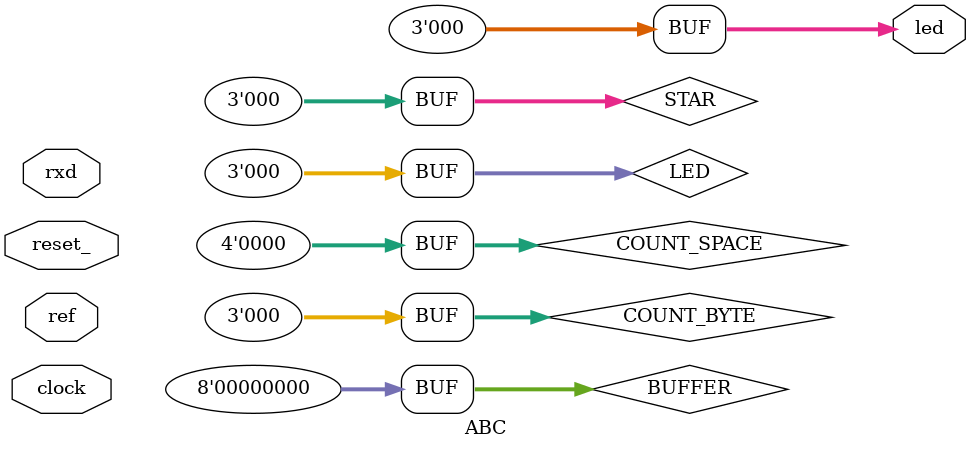
<source format=v>
module ABC(
    ref, rxd, clock, reset_,
    led
);
    input clock, reset_;
    input rxd;
    input [4:0] ref;
    output [2:0] led;

    reg [2:0] LED;
    assign led = LED;

    reg [2:0] COUNT_BYTE;
    reg [3:0] COUNT_SPACE;
    reg [2:0] STAR;
    localparam 
        S0 = 0,
        S1 = 1,
        S2 = 2,
        S3 = 3,
        S4 = 4,
        S5 = 5;

    localparam mark = 1, space = 0;

    reg [7:0] BUFFER;

    always @(reset_ == 0) #1 begin
        STAR <= S0;
        LED <= 0;
        COUNT_SPACE <= 0;
        COUNT_BYTE <= 0;
        BUFFER <= 0;
    end

    always @(posedge clock) if(reset_ == 1) #3 begin
        casex (STAR)
            S0: begin
                STAR <= (rxd == mark) ? S0 : S1;
            end
            // Conto i bit di space (0)
            S1: begin
                COUNT_SPACE <= COUNT_SPACE+1;
                STAR <= (rxd == space) ? S1 : S2;
            end
            // Controllo se si tratta di bit 0 o 1
            S2: begin
                BUFFER <= (COUNT_SPACE[3]==1'b0) ? {mark,BUFFER[7:1]} : BUFFER;
                STAR <= (COUNT_SPACE[3]==1'b1) ? S3 : S4;       
            end
            // bit 0
            S3: begin
                BUFFER <= {space,BUFFER[7:1]};
                STAR <= S4;
            end
            S4: begin
                COUNT_SPACE <= 0;
                COUNT_BYTE <= COUNT_BYTE + 1;
                STAR <= (COUNT_BYTE == 7) ? S5 : S0;
            end
            // Trasmissione di led
            S5: begin
                LED <= (BUFFER[7:3] == ref) ? BUFFER[2:0] : LED;
                COUNT_BYTE <= 0;
                COUNT_SPACE <= 0;
                BUFFER <= 0;
                STAR <= S0;
            end
        endcase
    end


endmodule
</source>
